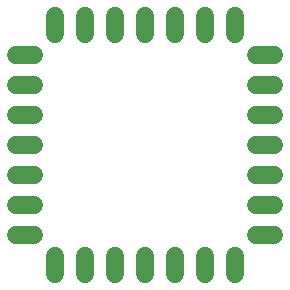
<source format=gbl>
G75*
%MOIN*%
%OFA0B0*%
%FSLAX25Y25*%
%IPPOS*%
%LPD*%
%AMOC8*
5,1,8,0,0,1.08239X$1,22.5*
%
%ADD10C,0.06000*%
D10*
X0008000Y0021000D02*
X0014000Y0021000D01*
X0021000Y0014000D02*
X0021000Y0008000D01*
X0031000Y0008000D02*
X0031000Y0014000D01*
X0041000Y0014000D02*
X0041000Y0008000D01*
X0051000Y0008000D02*
X0051000Y0014000D01*
X0061000Y0014000D02*
X0061000Y0008000D01*
X0071000Y0008000D02*
X0071000Y0014000D01*
X0081000Y0014000D02*
X0081000Y0008000D01*
X0088000Y0021000D02*
X0094000Y0021000D01*
X0094000Y0031000D02*
X0088000Y0031000D01*
X0088000Y0041000D02*
X0094000Y0041000D01*
X0094000Y0051000D02*
X0088000Y0051000D01*
X0088000Y0061000D02*
X0094000Y0061000D01*
X0094000Y0071000D02*
X0088000Y0071000D01*
X0088000Y0081000D02*
X0094000Y0081000D01*
X0081000Y0088000D02*
X0081000Y0094000D01*
X0071000Y0094000D02*
X0071000Y0088000D01*
X0061000Y0088000D02*
X0061000Y0094000D01*
X0051000Y0094000D02*
X0051000Y0088000D01*
X0041000Y0088000D02*
X0041000Y0094000D01*
X0031000Y0094000D02*
X0031000Y0088000D01*
X0021000Y0088000D02*
X0021000Y0094000D01*
X0014000Y0081000D02*
X0008000Y0081000D01*
X0008000Y0071000D02*
X0014000Y0071000D01*
X0014000Y0061000D02*
X0008000Y0061000D01*
X0008000Y0051000D02*
X0014000Y0051000D01*
X0014000Y0041000D02*
X0008000Y0041000D01*
X0008000Y0031000D02*
X0014000Y0031000D01*
M02*

</source>
